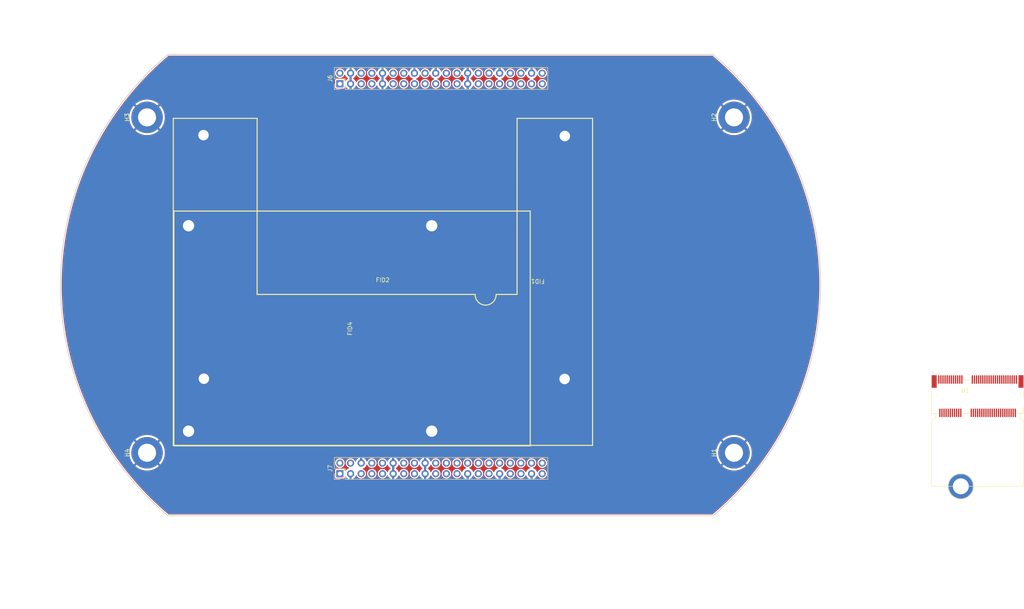
<source format=kicad_pcb>
(kicad_pcb (version 20211014) (generator pcbnew)
  (layers (0 "F.Cu" signal) (31 "B.Cu" signal) (34 "B.Paste" user) (35 "F.Paste" user) (36 "B.SilkS" user "B.Silkscreen") (37 "F.SilkS" user "F.Silkscreen") (38 "B.Mask" user) (39 "F.Mask" user) (44 "Edge.Cuts" user))
  (net 0 "")
  (net 1 "GND")
  (net 2 "SCL")
  (net 3 "SDA")
  (net 4 "+3V3")
  (net 9 "/yellow_2")
  (net 10 "/Green_2")
  (net 12 "/Blue_2")
  (net 13 "/Black_2")
  (net 17 "/yellow_1")
  (net 19 "/Green_1")
  (net 20 "STBY_1")
  (net 21 "/Blue_1")
  (net 22 "/Black_1")
  (net 23 "BIN1_1")
  (net 24 "PWMA_1")
  (net 25 "BIN2_1")
  (net 26 "AIN2_1")
  (net 27 "AIN1_1")
  (net 28 "PWMB_1")
  (net 30 "PWMB_2")
  (net 31 "BIN2_2")
  (net 32 "BIN1_2")
  (net 33 "STBY_2")
  (net 34 "AIN1_2")
  (net 35 "AIN2_2")
  (net 36 "PWMA_2")
  (net 37 "+5V")
  (net 44 "/yellow_4")
  (net 46 "/Green_4")
  (net 48 "/Blue_4")
  (net 49 "/Black_4")
  (net 51 "/yellow_3")
  (net 53 "/Green_3")
  (net 54 "/Blue_3")
  (net 56 "/Black_3")
  (footprint "Z_mycustom_footprint_lib:SparkFun-micromod-footprint" (layer "F.Cu") (at 256.9 120)
    (fp_text reference "U1" (at -2.95 -1.35 unlocked) (layer "F.SilkS"))
    (fp_text value "SparkFun-micromod")
    (fp_line (start -11 21) (end -11 6) (layer "F.SilkS") (width 0.12))
    (fp_line (start 11 0.33) (end 11 -1.245) (layer "F.SilkS") (width 0.15))
    (fp_line (start 9.525 4.105) (end 11 4.105) (layer "F.SilkS") (width 0.15))
    (fp_line (start -3.475 4.105) (end -2.025 4.105) (layer "F.SilkS") (width 0.15))
    (fp_line (start 10 5) (end 10 4.1) (layer "F.SilkS") (width 0.12))
    (fp_line (start 11 4.105) (end 11 2.68) (layer "F.SilkS") (width 0.15))
    (fp_line (start -11 4.105) (end -11 -1.245) (layer "F.SilkS") (width 0.15))
    (fp_line (start 11 21) (end 11 6) (layer "F.SilkS") (width 0.12))
    (fp_line (start -10.5 21.5) (end 10.5 21.5) (layer "F.SilkS") (width 0.12))
    (fp_line (start -10 5) (end -10 4.1) (layer "F.SilkS") (width 0.12))
    (fp_line (start -3.225 -3.845) (end -1.775 -3.845) (layer "F.SilkS") (width 0.15))
    (fp_line (start -11 4.105) (end -9.525 4.105) (layer "F.SilkS") (width 0.15))
    (fp_arc (start -10 5) (mid -10.146447 5.353553) (end -10.5 5.5) (layer "F.SilkS") (width 0.12))
    (fp_arc (start -10.5 21.5) (mid -10.853553 21.353553) (end -11 21) (layer "F.SilkS") (width 0.12))
    (fp_arc (start 10.5 5.5) (mid 10.853553 5.646447) (end 11 6) (layer "F.SilkS") (width 0.12))
    (fp_arc (start 10.5 5.5) (mid 10.146447 5.353553) (end 10 5) (layer "F.SilkS") (width 0.12))
    (fp_arc (start -11 6) (mid -10.853553 5.646447) (end -10.5 5.5) (layer "F.SilkS") (width 0.12))
    (fp_arc (start 11 21) (mid 10.853553 21.353553) (end 10.5 21.5) (layer "F.SilkS") (width 0.12))
    (fp_circle (center -4 21.5) (end -4 24.5) (layer "F.SilkS") (width 0.12) (fill none))
    (fp_circle (center -9.25 -5.345) (end -9.125 -5.345) (layer "F.SilkS") (width 0.25) (fill none))
    (pad "" np_thru_hole circle (at 10 1.505) (size 1.6 1.6) (drill 1.6) (layers *.Mask "F.Cu" "In1.Cu" "B.Cu"))
    (pad "" np_thru_hole circle (at -10 1.505) (size 1.1 1.1) (drill 1.1) (layers *.Mask "F.Cu" "In1.Cu" "B.Cu"))
    (pad "1" smd rect (at -9.25 -3.97) (size 0.3 2) (layers "F.Cu" "F.Paste" "F.Mask") (net 1 "GND"))
    (pad "2" smd rect (at -9 3.98) (size 0.3 2) (layers "F.Cu" "F.Paste" "F.Mask") (net 4 "+3V3"))
    (pad "3" smd rect (at -8.75 -3.97) (size 0.3 2) (layers "F.Cu" "F.Paste" "F.Mask"))
    (pad "4" smd rect (at -8.5 3.98) (size 0.3 2) (layers "F.Cu" "F.Paste" "F.Mask"))
    (pad "5" smd rect (at -8.25 -3.97) (size 0.3 2) (layers "F.Cu" "F.Paste" "F.Mask"))
    (pad "6" smd rect (at -8 3.98) (size 0.3 2) (layers "F.Cu" "F.Paste" "F.Mask"))
    (pad "7" smd rect (at -7.75 -3.97) (size 0.3 2) (layers "F.Cu" "F.Paste" "F.Mask") (net 1 "GND"))
    (pad "8" smd rect (at -7.5 3.98) (size 0.3 2) (layers "F.Cu" "F.Paste" "F.Mask"))
    (pad "9" smd rect (at -7.25 -3.97) (size 0.3 2) (layers "F.Cu" "F.Paste" "F.Mask"))
    (pad "10" smd rect (at -7 3.98) (size 0.3 2) (layers "F.Cu" "F.Paste" "F.Mask"))
    (pad "11" smd rect (at -6.75 -3.97) (size 0.3 2) (layers "F.Cu" "F.Paste" "F.Mask"))
    (pad "12" smd rect (at -6.5 3.98) (size 0.3 2) (layers "F.Cu" "F.Paste" "F.Mask"))
    (pad "13" smd rect (at -6.25 -3.97) (size 0.3 2) (layers "F.Cu" "F.Paste" "F.Mask"))
    (pad "14" smd rect (at -6 3.98) (size 0.3 2) (layers "F.Cu" "F.Paste" "F.Mask"))
    (pad "15" smd rect (at -5.75 -3.97) (size 0.3 2) (layers "F.Cu" "F.Paste" "F.Mask"))
    (pad "16" smd rect (at -5.5 3.98) (size 0.3 2) (layers "F.Cu" "F.Paste" "F.Mask"))
    (pad "17" smd rect (at -5.25 -3.97) (size 0.3 2) (layers "F.Cu" "F.Paste" "F.Mask"))
    (pad "18" smd rect (at -5 3.98) (size 0.3 2) (layers "F.Cu" "F.Paste" "F.Mask"))
    (pad "19" smd rect (at -4.75 -3.97) (size 0.3 2) (layers "F.Cu" "F.Paste" "F.Mask"))
    (pad "20" smd rect (at -4.5 3.98) (size 0.3 2) (layers "F.Cu" "F.Paste" "F.Mask"))
    (pad "21" smd rect (at -4.25 -3.97) (size 0.3 2) (layers "F.Cu" "F.Paste" "F.Mask"))
    (pad "22" smd rect (at -4 3.98) (size 0.3 2) (layers "F.Cu" "F.Paste" "F.Mask"))
    (pad "23" smd rect (at -3.75 -3.97) (size 0.3 2) (layers "F.Cu" "F.Paste" "F.Mask"))
    (pad "32" smd rect (at -1.5 3.98) (size 0.3 2) (layers "F.Cu" "F.Paste" "F.Mask"))
    (pad "33" smd rect (at -1.25 -3.97) (size 0.3 2) (layers "F.Cu" "F.Paste" "F.Mask"))
    (pad "34" smd rect (at -1 3.98) (size 0.3 2) (layers "F.Cu" "F.Paste" "F.Mask"))
    (pad "35" smd rect (at -0.75 -3.97) (size 0.3 2) (layers "F.Cu" "F.Paste" "F.Mask"))
    (pad "36" smd rect (at -0.5 3.98) (size 0.3 2) (layers "F.Cu" "F.Paste" "F.Mask") (net 1 "GND"))
    (pad "37" smd rect (at -0.25 -3.97) (size 0.3 2) (layers "F.Cu" "F.Paste" "F.Mask"))
    (pad "38" smd rect (at 0 3.98) (size 0.3 2) (layers "F.Cu" "F.Paste" "F.Mask"))
    (pad "39" smd rect (at 0.25 -3.97) (size 0.3 2) (layers "F.Cu" "F.Paste" "F.Mask") (net 1 "GND"))
    (pad "40" smd rect (at 0.5 3.98) (size 0.3 2) (layers "F.Cu" "F.Paste" "F.Mask"))
    (pad "41" smd rect (at 0.75 -3.97) (size 0.3 2) (layers "F.Cu" "F.Paste" "F.Mask"))
    (pad "42" smd rect (at 1 3.98) (size 0.3 2) (layers "F.Cu" "F.Paste" "F.Mask"))
    (pad "43" smd rect (at 1.25 -3.97) (size 0.3 2) (layers "F.Cu" "F.Paste" "F.Mask"))
    (pad "44" smd rect (at 1.5 3.98) (size 0.3 2) (layers "F.Cu" "F.Paste" "F.Mask"))
    (pad "45" smd rect (at 1.75 -3.97) (size 0.3 2) (layers "F.Cu" "F.Paste" "F.Mask") (net 1 "GND"))
    (pad "46" smd rect (at 2 3.98) (size 0.3 2) (layers "F.Cu" "F.Paste" "F.Mask"))
    (pad "47" smd rect (at 2.25 -3.97) (size 0.3 2) (layers "F.Cu" "F.Paste" "F.Mask"))
    (pad "48" smd rect (at 2.5 3.98) (size 0.3 2) (layers "F.Cu" "F.Paste" "F.Mask"))
    (pad "49" smd rect (at 2.75 -3.97) (size 0.3 2) (layers "F.Cu" "F.Paste" "F.Mask"))
    (pad "50" smd rect (at 3 3.98) (size 0.3 2) (layers "F.Cu" "F.Paste" "F.Mask"))
    (pad "51" smd rect (at 3.25 -3.97) (size 0.3 2) (layers "F.Cu" "F.Paste" "F.Mask"))
    (pad "52" smd rect (at 3.5 3.98) (size 0.3 2) (layers "F.Cu" "F.Paste" "F.Mask"))
    (pad "53" smd rect (at 3.75 -3.97) (size 0.3 2) (layers "F.Cu" "F.Paste" "F.Mask"))
    (pad "54" smd rect (at 4 3.98) (size 0.3 2) (layers "F.Cu" "F.Paste" "F.Mask"))
    (pad "55" smd rect (at 4.25 -3.97) (size 0.3 2) (layers "F.Cu" "F.Paste" "F.Mask"))
    (pad "56" smd rect (at 4.5 3.98) (size 0.3 2) (layers "F.Cu" "F.Paste" "F.Mask"))
    (pad "57" smd rect (at 4.75 -3.97) (size 0.3 2) (layers "F.Cu" "F.Paste" "F.Mask"))
    (pad "58" smd rect (at 5 3.98) (size 0.3 2) (layers "F.Cu" "F.Paste" "F.Mask"))
    (pad "59" smd rect (at 5.25 -3.97) (size 0.3 2) (layers "F.Cu" "F.Paste" "F.Mask"))
    (pad "60" smd rect (at 5.5 3.98) (size 0.3 2) (layers "F.Cu" "F.Paste" "F.Mask"))
    (pad "61" smd rect (at 5.75 -3.97) (size 0.3 2) (layers "F.Cu" "F.Paste" "F.Mask"))
    (pad "62" smd rect (at 6 3.98) (size 0.3 2) (layers "F.Cu" "F.Paste" "F.Mask"))
    (pad "63" smd rect (at 6.25 -3.97) (size 0.3 2) (layers "F.Cu" "F.Paste" "F.Mask"))
    (pad "64" smd rect (at 6.5 3.98) (size 0.3 2) (layers "F.Cu" "F.Paste" "F.Mask"))
    (pad "65" smd rect (at 6.75 -3.97) (size 0.3 2) (layers "F.Cu" "F.Paste" "F.Mask"))
    (pad "66" smd rect (at 7 3.98) (size 0.3 2) (layers "F.Cu" "F.Paste" "F.Mask"))
    (pad "67" smd rect (at 7.25 -3.97) (size 0.3 2) (layers "F.Cu" "F.Paste" "F.Mask"))
    (pad "68" smd rect (at 7.5 3.98) (size 0.3 2) (layers "F.Cu" "F.Paste" "F.Mask"))
    (pad "69" smd rect (at 7.75 -3.97) (size 0.3 2) (layers "F.Cu" "F.Paste" "F.Mask"))
    (pad "70" smd rect (at 8 3.98) (size 0.3 2) (layers "F.Cu" "F.Paste" "F.Mask"))
    (pad "71" smd rect (at 8.25 -3.97) (size 0.3 2) (layers "F.Cu" "F.Paste" "F.Mask"))
    (pad "72" smd rect (at 8.5 3.98) (size 0.3 2) (layers "F.Cu" "F.Paste" "F.Mask"))
    (pad "73" smd rect (at 8.75 -3.97) (size 0.3 2) (layers "F.Cu" "F.Paste" "F.Mask"))
    (pad "74" smd rect (at 9 3.98) (size 0.3 2) (layers "F.Cu" "F.Paste" "F.Mask") (net 4 "+3V3"))
    (pad "75" smd rect (at 9.25 -3.97) (size 0.3 2) (layers "F.Cu" "F.Paste" "F.Mask") (net 1 "GND"))
    (pad "76" smd rect (at -10.35 -3.5) (size 1.2 3) (layers "F.Cu" "F.Paste" "F.Mask"))
    (pad "77" smd rect (at 10.35 -3.5) (size 1.2 3) (layers "F.Cu" "F.Paste" "F.Mask"))
    (pad "BLT" thru_hole circle (at -4 21.5) (size 6 6) (drill 3.8) (layers *.Mask "F.Cu" "In1.Cu" "B.Cu"))
  )
  (footprint "Connector_PinHeader_2.54mm:PinHeader_2x20_P2.54mm_Vertical" (layer "F.Cu") (at 104.8 45.5 90)
    (fp_text reference "J6" (at 1.27 -2.33 90) (layer "F.SilkS"))
    (fp_text value "left")
    (fp_line (start -1.33 49.59) (end 3.87 49.59) (layer "F.SilkS") (width 0.12))
    (fp_line (start -1.33 -1.33) (end 0 -1.33) (layer "F.SilkS") (width 0.12))
    (fp_line (start 1.27 1.27) (end 1.27 -1.33) (layer "F.SilkS") (width 0.12))
    (fp_line (start -1.33 1.27) (end 1.27 1.27) (layer "F.SilkS") (width 0.12))
    (fp_line (start -1.33 1.27) (end -1.33 49.59) (layer "F.SilkS") (width 0.12))
    (fp_line (start 3.87 -1.33) (end 3.87 49.59) (layer "F.SilkS") (width 0.12))
    (fp_line (start -1.33 0) (end -1.33 -1.33) (layer "F.SilkS") (width 0.12))
    (fp_line (start 1.27 -1.33) (end 3.87 -1.33) (layer "F.SilkS") (width 0.12))
    (pad "1" thru_hole rect (at 0 0 90) (size 1.7 1.7) (drill 1) (layers F&B.Cu *.Mask) (net 2 "SCL"))
    (pad "2" thru_hole oval (at 2.54 0 90) (size 1.7 1.7) (drill 1) (layers F&B.Cu *.Mask) (net 3 "SDA"))
    (pad "3" thru_hole oval (at 0 2.54 90) (size 1.7 1.7) (drill 1) (layers F&B.Cu *.Mask) (net 1 "GND"))
    (pad "4" thru_hole oval (at 2.54 2.54 90) (size 1.7 1.7) (drill 1) (layers F&B.Cu *.Mask) (net 1 "GND"))
    (pad "5" thru_hole oval (at 0 5.08 90) (size 1.7 1.7) (drill 1) (layers F&B.Cu *.Mask) (net 4 "+3V3"))
    (pad "6" thru_hole oval (at 2.54 5.08 90) (size 1.7 1.7) (drill 1) (layers F&B.Cu *.Mask) (net 4 "+3V3"))
    (pad "7" thru_hole oval (at 0 7.62 90) (size 1.7 1.7) (drill 1) (layers F&B.Cu *.Mask) (net 4 "+3V3"))
    (pad "8" thru_hole oval (at 2.54 7.62 90) (size 1.7 1.7) (drill 1) (layers F&B.Cu *.Mask) (net 4 "+3V3"))
    (pad "9" thru_hole oval (at 0 10.16 90) (size 1.7 1.7) (drill 1) (layers F&B.Cu *.Mask) (net 1 "GND"))
    (pad "10" thru_hole oval (at 2.54 10.16 90) (size 1.7 1.7) (drill 1) (layers F&B.Cu *.Mask) (net 1 "GND"))
    (pad "11" thru_hole oval (at 0 12.7 90) (size 1.7 1.7) (drill 1) (layers F&B.Cu *.Mask))
    (pad "12" thru_hole oval (at 2.54 12.7 90) (size 1.7 1.7) (drill 1) (layers F&B.Cu *.Mask))
    (pad "13" thru_hole oval (at 0 15.24 90) (size 1.7 1.7) (drill 1) (layers F&B.Cu *.Mask))
    (pad "14" thru_hole oval (at 2.54 15.24 90) (size 1.7 1.7) (drill 1) (layers F&B.Cu *.Mask))
    (pad "15" thru_hole oval (at 0 17.78 90) (size 1.7 1.7) (drill 1) (layers F&B.Cu *.Mask) (net 9 "/yellow_2"))
    (pad "16" thru_hole oval (at 2.54 17.78 90) (size 1.7 1.7) (drill 1) (layers F&B.Cu *.Mask) (net 1 "GND"))
    (pad "17" thru_hole oval (at 0 20.32 90) (size 1.7 1.7) (drill 1) (layers F&B.Cu *.Mask) (net 10 "/Green_2"))
    (pad "18" thru_hole oval (at 2.54 20.32 90) (size 1.7 1.7) (drill 1) (layers F&B.Cu *.Mask))
    (pad "19" thru_hole oval (at 0 22.86 90) (size 1.7 1.7) (drill 1) (layers F&B.Cu *.Mask) (net 12 "/Blue_2"))
    (pad "20" thru_hole oval (at 2.54 22.86 90) (size 1.7 1.7) (drill 1) (layers F&B.Cu *.Mask) (net 1 "GND"))
    (pad "21" thru_hole oval (at 0 25.4 90) (size 1.7 1.7) (drill 1) (layers F&B.Cu *.Mask) (net 13 "/Black_2"))
    (pad "22" thru_hole oval (at 2.54 25.4 90) (size 1.7 1.7) (drill 1) (layers F&B.Cu *.Mask))
    (pad "23" thru_hole oval (at 0 27.94 90) (size 1.7 1.7) (drill 1) (layers F&B.Cu *.Mask))
    (pad "24" thru_hole oval (at 2.54 27.94 90) (size 1.7 1.7) (drill 1) (layers F&B.Cu *.Mask))
    (pad "25" thru_hole oval (at 0 30.48 90) (size 1.7 1.7) (drill 1) (layers F&B.Cu *.Mask) (net 1 "GND"))
    (pad "26" thru_hole oval (at 2.54 30.48 90) (size 1.7 1.7) (drill 1) (layers F&B.Cu *.Mask) (net 1 "GND"))
    (pad "27" thru_hole oval (at 0 33.02 90) (size 1.7 1.7) (drill 1) (layers F&B.Cu *.Mask) (net 17 "/yellow_1"))
    (pad "28" thru_hole oval (at 2.54 33.02 90) (size 1.7 1.7) (drill 1) (layers F&B.Cu *.Mask))
    (pad "29" thru_hole oval (at 0 35.56 90) (size 1.7 1.7) (drill 1) (layers F&B.Cu *.Mask) (net 19 "/Green_1"))
    (pad "30" thru_hole oval (at 2.54 35.56 90) (size 1.7 1.7) (drill 1) (layers F&B.Cu *.Mask) (net 20 "STBY_1"))
    (pad "31" thru_hole oval (at 0 38.1 90) (size 1.7 1.7) (drill 1) (layers F&B.Cu *.Mask) (net 21 "/Blue_1"))
    (pad "32" thru_hole oval (at 2.54 38.1 90) (size 1.7 1.7) (drill 1) (layers F&B.Cu *.Mask) (net 1 "GND"))
    (pad "33" thru_hole oval (at 0 40.64 90) (size 1.7 1.7) (drill 1) (layers F&B.Cu *.Mask) (net 22 "/Black_1"))
    (pad "34" thru_hole oval (at 2.54 40.64 90) (size 1.7 1.7) (drill 1) (layers F&B.Cu *.Mask) (net 23 "BIN1_1"))
    (pad "35" thru_hole oval (at 0 43.18 90) (size 1.7 1.7) (drill 1) (layers F&B.Cu *.Mask) (net 24 "PWMA_1"))
    (pad "36" thru_hole oval (at 2.54 43.18 90) (size 1.7 1.7) (drill 1) (layers F&B.Cu *.Mask) (net 25 "BIN2_1"))
    (pad "37" thru_hole oval (at 0 45.72 90) (size 1.7 1.7) (drill 1) (layers F&B.Cu *.Mask) (net 26 "AIN2_1"))
    (pad "38" thru_hole oval (at 2.54 45.72 90) (size 1.7 1.7) (drill 1) (layers F&B.Cu *.Mask) (net 1 "GND"))
    (pad "39" thru_hole oval (at 0 48.26 90) (size 1.7 1.7) (drill 1) (layers F&B.Cu *.Mask) (net 27 "AIN1_1"))
    (pad "40" thru_hole oval (at 2.54 48.26 90) (size 1.7 1.7) (drill 1) (layers F&B.Cu *.Mask) (net 28 "PWMB_1"))
  )
  (footprint "Z_mycustom_footprint_lib:AI-64" (layer "F.Cu") (at 152 92.1 180)
    (fp_text reference "FID1" (at 0 -0.5 180 unlocked) (layer "F.SilkS"))
    (fp_text value "Fiducial")
  )
  (footprint "Connector_PinHeader_2.54mm:PinHeader_2x20_P2.54mm_Vertical" (layer "F.Cu") (at 104.8 138.5 90)
    (fp_text reference "J7" (at 1.27 -2.33 90) (layer "F.SilkS"))
    (fp_text value "right")
    (fp_line (start 1.27 1.27) (end 1.27 -1.33) (layer "F.SilkS") (width 0.12))
    (fp_line (start -1.33 0) (end -1.33 -1.33) (layer "F.SilkS") (width 0.12))
    (fp_line (start -1.33 1.27) (end -1.33 49.59) (layer "F.SilkS") (width 0.12))
    (fp_line (start -1.33 -1.33) (end 0 -1.33) (layer "F.SilkS") (width 0.12))
    (fp_line (start 1.27 -1.33) (end 3.87 -1.33) (layer "F.SilkS") (width 0.12))
    (fp_line (start 3.87 -1.33) (end 3.87 49.59) (layer "F.SilkS") (width 0.12))
    (fp_line (start -1.33 49.59) (end 3.87 49.59) (layer "F.SilkS") (width 0.12))
    (fp_line (start -1.33 1.27) (end 1.27 1.27) (layer "F.SilkS") (width 0.12))
    (pad "1" thru_hole rect (at 0 0 90) (size 1.7 1.7) (drill 1) (layers F&B.Cu *.Mask))
    (pad "2" thru_hole oval (at 2.54 0 90) (size 1.7 1.7) (drill 1) (layers F&B.Cu *.Mask) (net 30 "PWMB_2"))
    (pad "3" thru_hole oval (at 0 2.54 90) (size 1.7 1.7) (drill 1) (layers F&B.Cu *.Mask) (net 1 "GND"))
    (pad "4" thru_hole oval (at 2.54 2.54 90) (size 1.7 1.7) (drill 1) (layers F&B.Cu *.Mask) (net 31 "BIN2_2"))
    (pad "5" thru_hole oval (at 0 5.08 90) (size 1.7 1.7) (drill 1) (layers F&B.Cu *.Mask) (net 32 "BIN1_2"))
    (pad "6" thru_hole oval (at 2.54 5.08 90) (size 1.7 1.7) (drill 1) (layers F&B.Cu *.Mask) (net 1 "GND"))
    (pad "7" thru_hole oval (at 0 7.62 90) (size 1.7 1.7) (drill 1) (layers F&B.Cu *.Mask) (net 33 "STBY_2"))
    (pad "8" thru_hole oval (at 2.54 7.62 90) (size 1.7 1.7) (drill 1) (layers F&B.Cu *.Mask) (net 34 "AIN1_2"))
    (pad "9" thru_hole oval (at 0 10.16 90) (size 1.7 1.7) (drill 1) (layers F&B.Cu *.Mask) (net 35 "AIN2_2"))
    (pad "10" thru_hole oval (at 2.54 10.16 90) (size 1.7 1.7) (drill 1) (layers F&B.Cu *.Mask) (net 36 "PWMA_2"))
    (pad "11" thru_hole oval (at 0 12.7 90) (size 1.7 1.7) (drill 1) (layers F&B.Cu *.Mask) (net 1 "GND"))
    (pad "12" thru_hole oval (at 2.54 12.7 90) (size 1.7 1.7) (drill 1) (layers F&B.Cu *.Mask) (net 1 "GND"))
    (pad "13" thru_hole oval (at 0 15.24 90) (size 1.7 1.7) (drill 1) (layers F&B.Cu *.Mask) (net 37 "+5V"))
    (pad "14" thru_hole oval (at 2.54 15.24 90) (size 1.7 1.7) (drill 1) (layers F&B.Cu *.Mask) (net 37 "+5V"))
    (pad "15" thru_hole oval (at 0 17.78 90) (size 1.7 1.7) (drill 1) (layers F&B.Cu *.Mask) (net 37 "+5V"))
    (pad "16" thru_hole oval (at 2.54 17.78 90) (size 1.7 1.7) (drill 1) (layers F&B.Cu *.Mask) (net 37 "+5V"))
    (pad "17" thru_hole oval (at 0 20.32 90) (size 1.7 1.7) (drill 1) (layers F&B.Cu *.Mask) (net 1 "GND"))
    (pad "18" thru_hole oval (at 2.54 20.32 90) (size 1.7 1.7) (drill 1) (layers F&B.Cu *.Mask) (net 1 "GND"))
    (pad "19" thru_hole oval (at 0 22.86 90) (size 1.7 1.7) (drill 1) (layers F&B.Cu *.Mask))
    (pad "20" thru_hole oval (at 2.54 22.86 90) (size 1.7 1.7) (drill 1) (layers F&B.Cu *.Mask))
    (pad "21" thru_hole oval (at 0 25.4 90) (size 1.7 1.7) (drill 1) (layers F&B.Cu *.Mask))
    (pad "22" thru_hole oval (at 2.54 25.4 90) (size 1.7 1.7) (drill 1) (layers F&B.Cu *.Mask))
    (pad "23" thru_hole oval (at 0 27.94 90) (size 1.7 1.7) (drill 1) (layers F&B.Cu *.Mask))
    (pad "24" thru_hole oval (at 2.54 27.94 90) (size 1.7 1.7) (drill 1) (layers F&B.Cu *.Mask))
    (pad "25" thru_hole oval (at 0 30.48 90) (size 1.7 1.7) (drill 1) (layers F&B.Cu *.Mask) (net 1 "GND"))
    (pad "26" thru_hole oval (at 2.54 30.48 90) (size 1.7 1.7) (drill 1) (layers F&B.Cu *.Mask) (net 44 "/yellow_4"))
    (pad "27" thru_hole oval (at 0 33.02 90) (size 1.7 1.7) (drill 1) (layers F&B.Cu *.Mask))
    (pad "28" thru_hole oval (at 2.54 33.02 90) (size 1.7 1.7) (drill 1) (layers F&B.Cu *.Mask) (net 46 "/Green_4"))
    (pad "29" thru_hole oval (at 0 35.56 90) (size 1.7 1.7) (drill 1) (layers F&B.Cu *.Mask))
    (pad "30" thru_hole oval (at 2.54 35.56 90) (size 1.7 1.7) (drill 1) (layers F&B.Cu *.Mask) (net 48 "/Blue_4"))
    (pad "31" thru_hole oval (at 0 38.1 90) (size 1.7 1.7) (drill 1) (layers F&B.Cu *.Mask) (net 1 "GND"))
    (pad "32" thru_hole oval (at 2.54 38.1 90) (size 1.7 1.7) (drill 1) (layers F&B.Cu *.Mask) (net 49 "/Black_4"))
    (pad "33" thru_hole oval (at 0 40.64 90) (size 1.7 1.7) (drill 1) (layers F&B.Cu *.Mask))
    (pad "34" thru_hole oval (at 2.54 40.64 90) (size 1.7 1.7) (drill 1) (layers F&B.Cu *.Mask) (net 51 "/yellow_3"))
    (pad "35" thru_hole oval (at 0 43.18 90) (size 1.7 1.7) (drill 1) (layers F&B.Cu *.Mask))
    (pad "36" thru_hole oval (at 2.54 43.18 90) (size 1.7 1.7) (drill 1) (layers F&B.Cu *.Mask) (net 53 "/Green_3"))
    (pad "37" thru_hole oval (at 0 45.72 90) (size 1.7 1.7) (drill 1) (layers F&B.Cu *.Mask) (net 1 "GND"))
    (pad "38" thru_hole oval (at 2.54 45.72 90) (size 1.7 1.7) (drill 1) (layers F&B.Cu *.Mask) (net 54 "/Blue_3"))
    (pad "39" thru_hole oval (at 0 48.26 90) (size 1.7 1.7) (drill 1) (layers F&B.Cu *.Mask))
    (pad "40" thru_hole oval (at 2.54 48.26 90) (size 1.7 1.7) (drill 1) (layers F&B.Cu *.Mask) (net 56 "/Black_3"))
  )
  (footprint "MountingHole:MountingHole_4.3mm_M4_DIN965_Pad_TopBottom" (layer "F.Cu") (at 58.8 53.5 90)
    (fp_text reference "H3" (at 0 -4.75 90) (layer "F.SilkS"))
    (fp_text value "Hole")
    (pad "1" connect circle (at 0 0 90) (size 7.5 7.5) (layers "B.Cu" "B.Mask") (net 1 "GND"))
    (pad "1" connect circle (at 0 0 90) (size 7.5 7.5) (layers "F.Cu" "F.Mask") (net 1 "GND"))
    (pad "1" thru_hole circle (at 0 0 90) (size 4.7 4.7) (drill 4.3) (layers F&B.Cu *.Mask) (net 1 "GND"))
  )
  (footprint "Z_mycustom_footprint_lib:Jetson-NANO-mechanical" (layer "F.Cu") (at 115 92.8)
    (fp_text reference "FID2" (at 0 -0.5 unlocked) (layer "F.SilkS"))
    (fp_text value "Fiducial")
    (fp_line (start -29.9385 -39.063) (end -29.9465 2.937) (layer "F.SilkS") (width 0.254))
    (fp_line (start 27.0605 2.935) (end 32.0535 2.935) (layer "F.SilkS") (width 0.254))
    (fp_line (start 50.0615 -39.063) (end 50.0615 38.937) (layer "F.SilkS") (width 0.254))
    (fp_line (start 32.0615 -39.063) (end 32.0535 2.937) (layer "F.SilkS") (width 0.254))
    (fp_line (start 50.0615 38.937) (end -49.9385 38.937) (layer "F.SilkS") (width 0.254))
    (fp_line (start 22.0615 2.937) (end -29.9385 2.937) (layer "F.SilkS") (width 0.254))
    (fp_line (start -29.9385 -39.063) (end -49.9385 -39.063) (layer "F.SilkS") (width 0.254))
    (fp_line (start 50.0615 -39.063) (end 32.0615 -39.063) (layer "F.SilkS") (width 0.254))
    (fp_line (start -49.9385 -39.063) (end -49.9385 38.937) (layer "F.SilkS") (width 0.254))
    (fp_arc (start 27.0605 2.935) (mid 24.561138 5.480405) (end 22.060477 2.936276) (layer "F.SilkS") (width 0.254))
    (pad "" np_thru_hole circle (at 43.4 23.1 270) (size 2.5 2.5) (drill 2.5) (layers F&B.Cu *.Mask))
    (pad "" np_thru_hole circle (at 43.45 -34.85 270) (size 2.5 2.5) (drill 2.5) (layers F&B.Cu *.Mask))
    (pad "" np_thru_hole circle (at -42.7385 -35.063 270) (size 2.5 2.5) (drill 2.5) (layers F&B.Cu *.Mask))
    (pad "" np_thru_hole circle (at -42.6385 23.037 270) (size 2.5 2.5) (drill 2.5) (layers F&B.Cu *.Mask))
  )
  (footprint "MountingHole:MountingHole_4.3mm_M4_DIN965_Pad_TopBottom" (layer "F.Cu") (at 198.8 133.5 90)
    (fp_text reference "H1" (at 0 -4.75 90) (layer "F.SilkS"))
    (fp_text value "Hole")
    (pad "1" thru_hole circle (at 0 0 90) (size 4.7 4.7) (drill 4.3) (layers F&B.Cu *.Mask) (net 1 "GND"))
    (pad "1" connect circle (at 0 0 90) (size 7.5 7.5) (layers "F.Cu" "F.Mask") (net 1 "GND"))
    (pad "1" connect circle (at 0 0 90) (size 7.5 7.5) (layers "B.Cu" "B.Mask") (net 1 "GND"))
  )
  (footprint "Z_mycustom_footprint_lib:RPI4B-mechanical" (layer "F.Cu") (at 107.7 103.9 90)
    (fp_text reference "FID4" (at 0 -0.5 90 unlocked) (layer "F.SilkS"))
    (fp_text value "Fiducial")
    (fp_line (start -27.95 42.5) (end -27.95 -42.5) (layer "F.SilkS") (width 0.254))
    (fp_line (start 28.05 42.5) (end -27.95 42.5) (layer "F.SilkS") (width 0.254))
    (fp_line (start -27.95 -42.5) (end 28.05 -42.5) (layer "F.SilkS") (width 0.254))
    (fp_line (start 28.05 -42.5) (end 28.05 42.5) (layer "F.SilkS") (width 0.254))
    (pad "" np_thru_hole circle (at -24.45 -39) (size 2.7 2.7) (drill 2.7) (layers F&B.Cu *.Mask))
    (pad "" np_thru_hole circle (at -24.45 19) (size 2.7 2.7) (drill 2.7) (layers F&B.Cu *.Mask))
    (pad "" np_thru_hole circle (at 24.55 19) (size 2.7 2.7) (drill 2.7) (layers F&B.Cu *.Mask))
    (pad "" np_thru_hole circle (at 24.55 -39) (size 2.7 2.7) (drill 2.7) (layers F&B.Cu *.Mask))
  )
  (footprint "MountingHole:MountingHole_4.3mm_M4_DIN965_Pad_TopBottom" (layer "F.Cu") (at 58.8 133.5 90)
    (fp_text reference "H4" (at 0 -4.75 90) (layer "F.SilkS"))
    (fp_text value "Hole")
    (pad "1" connect circle (at 0 0 90) (size 7.5 7.5) (layers "F.Cu" "F.Mask") (net 1 "GND"))
    (pad "1" thru_hole circle (at 0 0 90) (size 4.7 4.7) (drill 4.3) (layers F&B.Cu *.Mask) (net 1 "GND"))
    (pad "1" connect circle (at 0 0 90) (size 7.5 7.5) (layers "B.Cu" "B.Mask") (net 1 "GND"))
  )
  (footprint "MountingHole:MountingHole_4.3mm_M4_DIN965_Pad_TopBottom" (layer "F.Cu") (at 198.8 53.5 90)
    (fp_text reference "H2" (at 0 -4.75 90) (layer "F.SilkS"))
    (fp_text value "Hole")
    (pad "1" connect circle (at 0 0 90) (size 7.5 7.5) (layers "B.Cu" "B.Mask") (net 1 "GND"))
    (pad "1" thru_hole circle (at 0 0 90) (size 4.7 4.7) (drill 4.3) (layers F&B.Cu *.Mask) (net 1 "GND"))
    (pad "1" connect circle (at 0 0 90) (size 7.5 7.5) (layers "F.Cu" "F.Mask") (net 1 "GND"))
  )
  (gr_arc (start 63.8 148.5) (mid 38.153079 93.5) (end 63.8 38.5) (layer "Edge.Cuts") (width 0.2))
  (gr_line (start 193.8 148.5) (end 63.8 148.5) (layer "Edge.Cuts") (width 0.2))
  (gr_line (start 63.8 38.5) (end 193.8 38.5) (layer "Edge.Cuts") (width 0.2))
  (gr_arc (start 193.8 38.5) (mid 219.446921 93.5) (end 193.8 148.5) (layer "Edge.Cuts") (width 0.2))
  (zone (net 1) (net_name "GND") (layer "F.Cu") (name "GND_TOP") (connect_pads (clearance 0.3)) (min_thickness 0.2) (fill yes (thermal_gap 0.5) (thermal_bridge_width 0.5))
    (polygon (pts (xy 226.98554 169.405505) (xy 25.5 170.8) (xy 25.8 26) (xy 227.385599 25.505601)))
  )
  (zone (net 1) (net_name "GND") (layer "B.Cu") (name "GND_BOTTOM") (connect_pads (clearance 0.4)) (min_thickness 0.2) (fill yes (thermal_gap 0.5) (thermal_bridge_width 0.5))
    (polygon (pts (xy 224.8 166.7) (xy 27.4 166.7) (xy 27.4 28.1) (xy 224.8 28.1)))
  )
)
</source>
